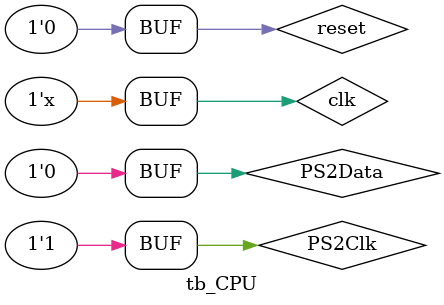
<source format=v>
`timescale 1ns / 1ps

module tb_CPU;

	// Inputs
	reg clk, reset, PS2Clk, PS2Data;
	
	// Outputs
	wire vga_blank_n, vga_vs, vga_hs, vga_clk;
	wire [7:0] r, g, b;

	// Instantiate the Unit Under Test (UUT)	
	CPUControlDatapath UUT(clk, clk, reset, PS2Clk, PS2Data, vga_blank_n, vga_clk, vga_vs, vga_hs, r, g, b);

	initial begin
		clk = 0;
		reset = 1;
		PS2Clk = 1;
		PS2Data = 0;
		#100;
		reset = 0;
	end

	always begin
		clk = ~clk;
		#10;
	end
endmodule
	
</source>
